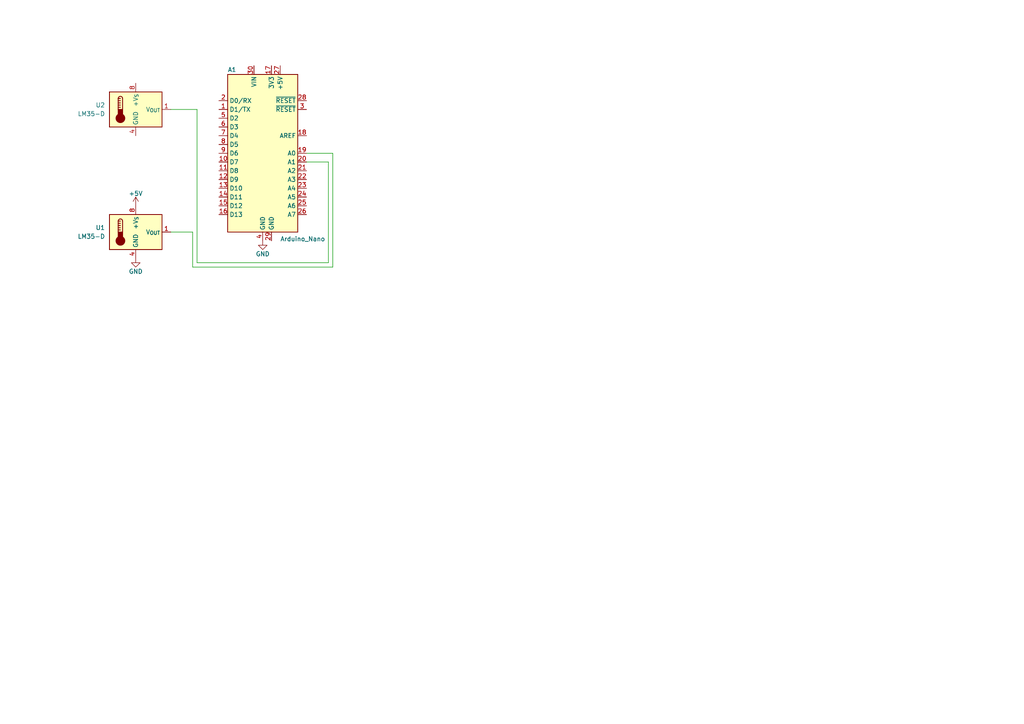
<source format=kicad_sch>
(kicad_sch (version 20250114) (generator "eeschema") (generator_version "9.0")
  (paper "A4")
  (title_block (title "Arduino Nano + LM35 + YF-S201 (grid 50mil)") (date "2025-09-16") (rev "1.0") (company "Adriana") (comment 1 "LM35→A0; YF-S201 con pull-up 10k→D2"))
  (lib_symbols
    (symbol "MCU_Module:Arduino_Nano_v3.x"
      (property "Reference" "A" (at -10.16 23.495 0))
      (property "Value" "Arduino_Nano_v3.x" (at 5.08 -24.13 0))
      (symbol "Arduino_Nano_v3.x_0_1"
        (rectangle (start -10.16 22.86) (end 10.16 -22.86) (stroke (width 0.254)) (fill (type background)))
      )
      (symbol "Arduino_Nano_v3.x_1_1"
        (pin bidirectional line (at -12.7 15.24 0) (length 2.54) (name "D0/RX") (number "2"))
        (pin bidirectional line (at -12.7 12.7 0) (length 2.54) (name "D1/TX") (number "1"))
        (pin bidirectional line (at -12.7 10.16 0) (length 2.54) (name "D2") (number "5"))
        (pin bidirectional line (at -12.7 7.62 0) (length 2.54) (name "D3") (number "6"))
        (pin bidirectional line (at -12.7 5.08 0) (length 2.54) (name "D4") (number "7"))
        (pin bidirectional line (at -12.7 2.54 0) (length 2.54) (name "D5") (number "8"))
        (pin bidirectional line (at -12.7 0 0) (length 2.54) (name "D6") (number "9"))
        (pin bidirectional line (at -12.7 -2.54 0) (length 2.54) (name "D7") (number "10"))
        (pin bidirectional line (at -12.7 -5.08 0) (length 2.54) (name "D8") (number "11"))
        (pin bidirectional line (at -12.7 -7.62 0) (length 2.54) (name "D9") (number "12"))
        (pin bidirectional line (at -12.7 -10.16 0) (length 2.54) (name "D10") (number "13"))
        (pin bidirectional line (at -12.7 -12.7 0) (length 2.54) (name "D11") (number "14"))
        (pin bidirectional line (at -12.7 -15.24 0) (length 2.54) (name "D12") (number "15"))
        (pin bidirectional line (at -12.7 -17.78 0) (length 2.54) (name "D13") (number "16"))
        (pin power_in line (at -2.54 25.4 270) (length 2.54) (name "VIN") (number "30"))
        (pin power_in line (at 0 -25.4 90) (length 2.54) (name "GND") (number "4"))
        (pin power_out line (at 2.54 25.4 270) (length 2.54) (name "3V3") (number "17"))
        (pin power_in line (at 2.54 -25.4 90) (length 2.54) (name "GND") (number "29"))
        (pin power_out line (at 5.08 25.4 270) (length 2.54) (name "+5V") (number "27"))
        (pin input line (at 12.7 15.24 180) (length 2.54) (name "~{RESET}") (number "28"))
        (pin input line (at 12.7 12.7 180) (length 2.54) (name "~{RESET}") (number "3"))
        (pin input line (at 12.7 5.08 180) (length 2.54) (name "AREF") (number "18"))
        (pin bidirectional line (at 12.7 0 180) (length 2.54) (name "A0") (number "19"))
        (pin bidirectional line (at 12.7 -2.54 180) (length 2.54) (name "A1") (number "20"))
        (pin bidirectional line (at 12.7 -5.08 180) (length 2.54) (name "A2") (number "21"))
        (pin bidirectional line (at 12.7 -7.62 180) (length 2.54) (name "A3") (number "22"))
        (pin bidirectional line (at 12.7 -10.16 180) (length 2.54) (name "A4") (number "23"))
        (pin bidirectional line (at 12.7 -12.7 180) (length 2.54) (name "A5") (number "24"))
        (pin bidirectional line (at 12.7 -15.24 180) (length 2.54) (name "A6") (number "25"))
        (pin bidirectional line (at 12.7 -17.78 180) (length 2.54) (name "A7") (number "26"))
      )
    )
    (symbol "Sensor_Temperature:LM35-D"
      (property "Reference" "U" (at -6.35 6.35 0))
      (property "Value" "LM35-D" (at 1.27 6.35 0))
      (symbol "LM35-D_0_1"
        (rectangle (start -7.62 5.08) (end 7.62 -5.08) (stroke (width 0.254)) (fill (type background)))
        (polyline (pts (xy -5.08 3.175) (xy -5.08 0)) (stroke (width 0.254)))
        (polyline (pts (xy -5.08 3.175) (xy -4.445 3.175)) (stroke (width 0.254)))
        (polyline (pts (xy -5.08 2.54) (xy -4.445 2.54)) (stroke (width 0.254)))
        (polyline (pts (xy -5.08 1.905) (xy -4.445 1.905)) (stroke (width 0.254)))
        (polyline (pts (xy -5.08 1.27) (xy -4.445 1.27)) (stroke (width 0.254)))
        (polyline (pts (xy -5.08 0.635) (xy -4.445 0.635)) (stroke (width 0.254)))
        (arc (start -5.08 3.175) (mid -4.445 3.8073) (end -3.81 3.175) (stroke (width 0.254)))
        (circle (center -4.445 -2.54) (radius 1.27) (stroke (width 0.254)) (fill (type outline)))
        (polyline (pts (xy -3.81 3.175) (xy -3.81 0)) (stroke (width 0.254)))
        (rectangle (start -3.81 -1.905) (end -5.08 0) (stroke (width 0.254)) (fill (type outline)))
      )
      (symbol "LM35-D_1_1"
        (pin no_connect line (at -2.54 5.08 270) (length 2.54) (hide yes) (name "NC") (number "3"))
        (pin no_connect line (at -2.54 -5.08 90) (length 2.54) (hide yes) (name "NC") (number "2"))
        (pin power_in line (at 0 7.62 270) (length 2.54) (name "+V_{S}") (number "8"))
        (pin power_in line (at 0 -7.62 90) (length 2.54) (name "GND") (number "4"))
        (pin no_connect line (at 2.54 -5.08 90) (length 2.54) (hide yes) (name "NC") (number "5"))
        (pin no_connect line (at 5.08 -5.08 90) (length 2.54) (hide yes) (name "NC") (number "6"))
        (pin no_connect line (at 7.62 2.54 180) (length 2.54) (hide yes) (name "NC") (number "7"))
        (pin output line (at 10.16 0 180) (length 2.54) (name "V_{OUT}") (number "1"))
      )
    )
    (symbol "power:+5V" (power) (pin_numbers (hide yes)) (pin_names (offset 0) (hide yes))
      (property "Value" "+5V" (at 0 3.556 0))
      (symbol "+5V_0_1"
        (polyline (pts (xy -0.762 1.27) (xy 0 2.54)))
        (polyline (pts (xy 0 2.54) (xy 0.762 1.27)))
        (polyline (pts (xy 0 0) (xy 0 2.54)))
      )
      (symbol "+5V_1_1"
        (pin power_in line (at 0 0 90) (length 0) (name "~") (number "1"))
      )
    )
    (symbol "power:GND" (power) (pin_numbers (hide yes)) (pin_names (offset 0) (hide yes))
      (property "Value" "GND" (at 0 -3.81 0))
      (symbol "GND_0_1"
        (polyline (pts (xy 0 0) (xy 0 -1.27) (xy 1.27 -1.27) (xy 0 -2.54) (xy -1.27 -1.27) (xy 0 -1.27)))
      )
      (symbol "GND_1_1"
        (pin power_in line (at 0 0 270) (length 0) (name "~") (number "1"))
      )
    )
  )
  (wire (pts (xy 49.53 67.31) (xy 55.88 67.31)))
  (wire (pts (xy 96.52 77.47) (xy 96.52 44.45)))
  (wire (pts (xy 95.25 46.99) (xy 95.25 76.2)))
  (wire (pts (xy 88.9 46.99) (xy 95.25 46.99)))
  (wire (pts (xy 96.52 44.45) (xy 88.9 44.45)))
  (wire (pts (xy 95.25 76.2) (xy 57.15 76.2)))
  (wire (pts (xy 49.53 31.75) (xy 57.15 31.75)))
  (wire (pts (xy 55.88 67.31) (xy 55.88 77.47)))
  (wire (pts (xy 57.15 76.2) (xy 57.15 31.75)))
  (wire (pts (xy 55.88 77.47) (xy 96.52 77.47)))
  (symbol (lib_id "Sensor_Temperature:LM35-D") (at 39.37 67.31 0) (unit 1)
    (property "Reference" "U1" (at 30.48 66.0399 0) (effects (justify right)))
    (property "Value" "LM35-D" (at 30.48 68.5799 0) (effects (justify right)))
    (property "Footprint" "Package_SO:SOIC-8_3.9x4.9mm_P1.27mm" (effects (hide yes)))
    (property "Datasheet" "http://www.ti.com/lit/ds/symlink/lm35.pdf" (effects (hide yes)))
    (property "Description" "Precision centigrade temperature sensor, SOIC-8" (effects (hide yes)))
  )
  (symbol (lib_id "power:+5V") (at 39.37 59.69 0) (unit 1)
    (property "Reference" "#PWR?" (effects (hide yes)))
    (property "Value" "+5V" (at 39.37 56.134 0))
    (property "Description" "Power symbol creates a global label with name \"+5V\"" (effects (hide yes)))
  )
  (symbol (lib_id "power:GND") (at 39.37 74.93 0) (unit 1)
    (property "Reference" "#PWR?" (effects (hide yes)))
    (property "Value" "GND" (at 39.37 78.74 0))
    (property "Description" "Power symbol creates a global label with name \"GND\" , ground" (effects (hide yes)))
  )
  (symbol (lib_id "MCU_Module:Arduino_Nano_v3.x") (at 76.2 44.45 0) (unit 1)
    (property "Reference" "A1" (at 66.04 20.955 0) (effects (justify left bottom)))
    (property "Value" "Arduino_Nano" (at 81.28 68.58 0) (effects (justify left top)))
    (property "Footprint" "Module:Arduino_Nano" (effects (hide yes)))
    (property "Datasheet" "http://www.mouser.com/pdfdocs/Gravitech_Arduino_Nano3_0.pdf" (effects (hide yes)))
    (property "Description" "Arduino Nano v3.x" (effects (hide yes)))
  )
  (symbol (lib_id "Sensor_Temperature:LM35-D") (at 39.37 31.75 0) (unit 1)
    (property "Reference" "U2" (at 30.48 30.4799 0) (effects (justify right)))
    (property "Value" "LM35-D" (at 30.48 33.0199 0) (effects (justify right)))
    (property "Footprint" "Package_SO:SOIC-8_3.9x4.9mm_P1.27mm" (effects (hide yes)))
    (property "Datasheet" "http://www.ti.com/lit/ds/symlink/lm35.pdf" (effects (hide yes)))
    (property "Description" "Precision centigrade temperature sensor, SOIC-8" (effects (hide yes)))
  )
  (symbol (lib_id "power:GND") (at 76.2 69.85 0) (unit 1)
    (property "Reference" "#PWR01" (effects (hide yes)))
    (property "Value" "GND" (at 76.2 73.66 0))
    (property "Description" "Power symbol creates a global label with name \"GND\" , ground" (effects (hide yes)))
  )
)
</source>
